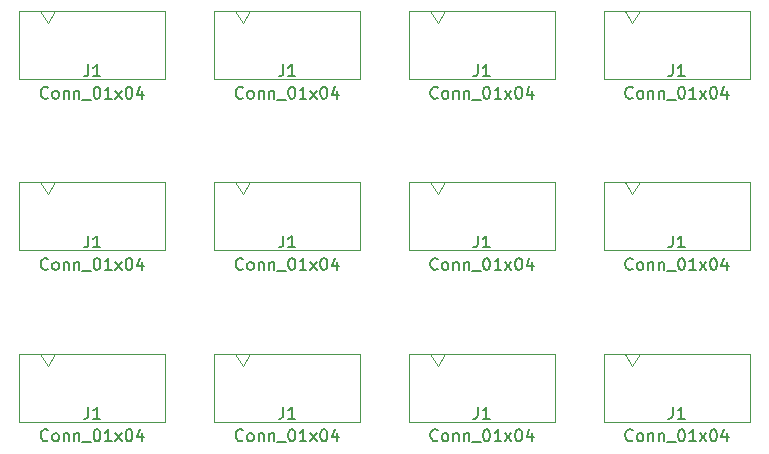
<source format=gbr>
%TF.GenerationSoftware,KiCad,Pcbnew,5.1.10-88a1d61d58~90~ubuntu20.04.1*%
%TF.CreationDate,2022-01-16T22:17:14+00:00*%
%TF.ProjectId,grove_adaptor_panel,67726f76-655f-4616-9461-70746f725f70,rev?*%
%TF.SameCoordinates,Original*%
%TF.FileFunction,Other,Fab,Top*%
%FSLAX46Y46*%
G04 Gerber Fmt 4.6, Leading zero omitted, Abs format (unit mm)*
G04 Created by KiCad (PCBNEW 5.1.10-88a1d61d58~90~ubuntu20.04.1) date 2022-01-16 22:17:14*
%MOMM*%
%LPD*%
G01*
G04 APERTURE LIST*
%ADD10C,0.100000*%
%ADD11C,0.150000*%
G04 APERTURE END LIST*
D10*
%TO.C,J1*%
X225500000Y-125150000D02*
X226125000Y-124150000D01*
X224875000Y-124150000D02*
X225500000Y-125150000D01*
X235450000Y-124150000D02*
X223050000Y-124150000D01*
X235450000Y-129900000D02*
X235450000Y-124150000D01*
X223050000Y-129900000D02*
X235450000Y-129900000D01*
X223050000Y-124150000D02*
X223050000Y-129900000D01*
X209000000Y-125150000D02*
X209625000Y-124150000D01*
X208375000Y-124150000D02*
X209000000Y-125150000D01*
X218950000Y-124150000D02*
X206550000Y-124150000D01*
X218950000Y-129900000D02*
X218950000Y-124150000D01*
X206550000Y-129900000D02*
X218950000Y-129900000D01*
X206550000Y-124150000D02*
X206550000Y-129900000D01*
X192500000Y-125150000D02*
X193125000Y-124150000D01*
X191875000Y-124150000D02*
X192500000Y-125150000D01*
X202450000Y-124150000D02*
X190050000Y-124150000D01*
X202450000Y-129900000D02*
X202450000Y-124150000D01*
X190050000Y-129900000D02*
X202450000Y-129900000D01*
X190050000Y-124150000D02*
X190050000Y-129900000D01*
X176000000Y-125150000D02*
X176625000Y-124150000D01*
X175375000Y-124150000D02*
X176000000Y-125150000D01*
X185950000Y-124150000D02*
X173550000Y-124150000D01*
X185950000Y-129900000D02*
X185950000Y-124150000D01*
X173550000Y-129900000D02*
X185950000Y-129900000D01*
X173550000Y-124150000D02*
X173550000Y-129900000D01*
X225500000Y-110650000D02*
X226125000Y-109650000D01*
X224875000Y-109650000D02*
X225500000Y-110650000D01*
X235450000Y-109650000D02*
X223050000Y-109650000D01*
X235450000Y-115400000D02*
X235450000Y-109650000D01*
X223050000Y-115400000D02*
X235450000Y-115400000D01*
X223050000Y-109650000D02*
X223050000Y-115400000D01*
X209000000Y-110650000D02*
X209625000Y-109650000D01*
X208375000Y-109650000D02*
X209000000Y-110650000D01*
X218950000Y-109650000D02*
X206550000Y-109650000D01*
X218950000Y-115400000D02*
X218950000Y-109650000D01*
X206550000Y-115400000D02*
X218950000Y-115400000D01*
X206550000Y-109650000D02*
X206550000Y-115400000D01*
X192500000Y-110650000D02*
X193125000Y-109650000D01*
X191875000Y-109650000D02*
X192500000Y-110650000D01*
X202450000Y-109650000D02*
X190050000Y-109650000D01*
X202450000Y-115400000D02*
X202450000Y-109650000D01*
X190050000Y-115400000D02*
X202450000Y-115400000D01*
X190050000Y-109650000D02*
X190050000Y-115400000D01*
X176000000Y-110650000D02*
X176625000Y-109650000D01*
X175375000Y-109650000D02*
X176000000Y-110650000D01*
X185950000Y-109650000D02*
X173550000Y-109650000D01*
X185950000Y-115400000D02*
X185950000Y-109650000D01*
X173550000Y-115400000D02*
X185950000Y-115400000D01*
X173550000Y-109650000D02*
X173550000Y-115400000D01*
X225500000Y-96150000D02*
X226125000Y-95150000D01*
X224875000Y-95150000D02*
X225500000Y-96150000D01*
X235450000Y-95150000D02*
X223050000Y-95150000D01*
X235450000Y-100900000D02*
X235450000Y-95150000D01*
X223050000Y-100900000D02*
X235450000Y-100900000D01*
X223050000Y-95150000D02*
X223050000Y-100900000D01*
X209000000Y-96150000D02*
X209625000Y-95150000D01*
X208375000Y-95150000D02*
X209000000Y-96150000D01*
X218950000Y-95150000D02*
X206550000Y-95150000D01*
X218950000Y-100900000D02*
X218950000Y-95150000D01*
X206550000Y-100900000D02*
X218950000Y-100900000D01*
X206550000Y-95150000D02*
X206550000Y-100900000D01*
X192500000Y-96150000D02*
X193125000Y-95150000D01*
X191875000Y-95150000D02*
X192500000Y-96150000D01*
X202450000Y-95150000D02*
X190050000Y-95150000D01*
X202450000Y-100900000D02*
X202450000Y-95150000D01*
X190050000Y-100900000D02*
X202450000Y-100900000D01*
X190050000Y-95150000D02*
X190050000Y-100900000D01*
X176000000Y-96150000D02*
X176625000Y-95150000D01*
X175375000Y-95150000D02*
X176000000Y-96150000D01*
X185950000Y-95150000D02*
X173550000Y-95150000D01*
X185950000Y-100900000D02*
X185950000Y-95150000D01*
X173550000Y-100900000D02*
X185950000Y-100900000D01*
X173550000Y-95150000D02*
X173550000Y-100900000D01*
%TD*%
%TO.C,J1*%
D11*
X225511904Y-131457142D02*
X225464285Y-131504761D01*
X225321428Y-131552380D01*
X225226190Y-131552380D01*
X225083333Y-131504761D01*
X224988095Y-131409523D01*
X224940476Y-131314285D01*
X224892857Y-131123809D01*
X224892857Y-130980952D01*
X224940476Y-130790476D01*
X224988095Y-130695238D01*
X225083333Y-130600000D01*
X225226190Y-130552380D01*
X225321428Y-130552380D01*
X225464285Y-130600000D01*
X225511904Y-130647619D01*
X226083333Y-131552380D02*
X225988095Y-131504761D01*
X225940476Y-131457142D01*
X225892857Y-131361904D01*
X225892857Y-131076190D01*
X225940476Y-130980952D01*
X225988095Y-130933333D01*
X226083333Y-130885714D01*
X226226190Y-130885714D01*
X226321428Y-130933333D01*
X226369047Y-130980952D01*
X226416666Y-131076190D01*
X226416666Y-131361904D01*
X226369047Y-131457142D01*
X226321428Y-131504761D01*
X226226190Y-131552380D01*
X226083333Y-131552380D01*
X226845238Y-130885714D02*
X226845238Y-131552380D01*
X226845238Y-130980952D02*
X226892857Y-130933333D01*
X226988095Y-130885714D01*
X227130952Y-130885714D01*
X227226190Y-130933333D01*
X227273809Y-131028571D01*
X227273809Y-131552380D01*
X227750000Y-130885714D02*
X227750000Y-131552380D01*
X227750000Y-130980952D02*
X227797619Y-130933333D01*
X227892857Y-130885714D01*
X228035714Y-130885714D01*
X228130952Y-130933333D01*
X228178571Y-131028571D01*
X228178571Y-131552380D01*
X228416666Y-131647619D02*
X229178571Y-131647619D01*
X229607142Y-130552380D02*
X229702380Y-130552380D01*
X229797619Y-130600000D01*
X229845238Y-130647619D01*
X229892857Y-130742857D01*
X229940476Y-130933333D01*
X229940476Y-131171428D01*
X229892857Y-131361904D01*
X229845238Y-131457142D01*
X229797619Y-131504761D01*
X229702380Y-131552380D01*
X229607142Y-131552380D01*
X229511904Y-131504761D01*
X229464285Y-131457142D01*
X229416666Y-131361904D01*
X229369047Y-131171428D01*
X229369047Y-130933333D01*
X229416666Y-130742857D01*
X229464285Y-130647619D01*
X229511904Y-130600000D01*
X229607142Y-130552380D01*
X230892857Y-131552380D02*
X230321428Y-131552380D01*
X230607142Y-131552380D02*
X230607142Y-130552380D01*
X230511904Y-130695238D01*
X230416666Y-130790476D01*
X230321428Y-130838095D01*
X231226190Y-131552380D02*
X231750000Y-130885714D01*
X231226190Y-130885714D02*
X231750000Y-131552380D01*
X232321428Y-130552380D02*
X232416666Y-130552380D01*
X232511904Y-130600000D01*
X232559523Y-130647619D01*
X232607142Y-130742857D01*
X232654761Y-130933333D01*
X232654761Y-131171428D01*
X232607142Y-131361904D01*
X232559523Y-131457142D01*
X232511904Y-131504761D01*
X232416666Y-131552380D01*
X232321428Y-131552380D01*
X232226190Y-131504761D01*
X232178571Y-131457142D01*
X232130952Y-131361904D01*
X232083333Y-131171428D01*
X232083333Y-130933333D01*
X232130952Y-130742857D01*
X232178571Y-130647619D01*
X232226190Y-130600000D01*
X232321428Y-130552380D01*
X233511904Y-130885714D02*
X233511904Y-131552380D01*
X233273809Y-130504761D02*
X233035714Y-131219047D01*
X233654761Y-131219047D01*
X228916666Y-128652380D02*
X228916666Y-129366666D01*
X228869047Y-129509523D01*
X228773809Y-129604761D01*
X228630952Y-129652380D01*
X228535714Y-129652380D01*
X229916666Y-129652380D02*
X229345238Y-129652380D01*
X229630952Y-129652380D02*
X229630952Y-128652380D01*
X229535714Y-128795238D01*
X229440476Y-128890476D01*
X229345238Y-128938095D01*
X209011904Y-131457142D02*
X208964285Y-131504761D01*
X208821428Y-131552380D01*
X208726190Y-131552380D01*
X208583333Y-131504761D01*
X208488095Y-131409523D01*
X208440476Y-131314285D01*
X208392857Y-131123809D01*
X208392857Y-130980952D01*
X208440476Y-130790476D01*
X208488095Y-130695238D01*
X208583333Y-130600000D01*
X208726190Y-130552380D01*
X208821428Y-130552380D01*
X208964285Y-130600000D01*
X209011904Y-130647619D01*
X209583333Y-131552380D02*
X209488095Y-131504761D01*
X209440476Y-131457142D01*
X209392857Y-131361904D01*
X209392857Y-131076190D01*
X209440476Y-130980952D01*
X209488095Y-130933333D01*
X209583333Y-130885714D01*
X209726190Y-130885714D01*
X209821428Y-130933333D01*
X209869047Y-130980952D01*
X209916666Y-131076190D01*
X209916666Y-131361904D01*
X209869047Y-131457142D01*
X209821428Y-131504761D01*
X209726190Y-131552380D01*
X209583333Y-131552380D01*
X210345238Y-130885714D02*
X210345238Y-131552380D01*
X210345238Y-130980952D02*
X210392857Y-130933333D01*
X210488095Y-130885714D01*
X210630952Y-130885714D01*
X210726190Y-130933333D01*
X210773809Y-131028571D01*
X210773809Y-131552380D01*
X211250000Y-130885714D02*
X211250000Y-131552380D01*
X211250000Y-130980952D02*
X211297619Y-130933333D01*
X211392857Y-130885714D01*
X211535714Y-130885714D01*
X211630952Y-130933333D01*
X211678571Y-131028571D01*
X211678571Y-131552380D01*
X211916666Y-131647619D02*
X212678571Y-131647619D01*
X213107142Y-130552380D02*
X213202380Y-130552380D01*
X213297619Y-130600000D01*
X213345238Y-130647619D01*
X213392857Y-130742857D01*
X213440476Y-130933333D01*
X213440476Y-131171428D01*
X213392857Y-131361904D01*
X213345238Y-131457142D01*
X213297619Y-131504761D01*
X213202380Y-131552380D01*
X213107142Y-131552380D01*
X213011904Y-131504761D01*
X212964285Y-131457142D01*
X212916666Y-131361904D01*
X212869047Y-131171428D01*
X212869047Y-130933333D01*
X212916666Y-130742857D01*
X212964285Y-130647619D01*
X213011904Y-130600000D01*
X213107142Y-130552380D01*
X214392857Y-131552380D02*
X213821428Y-131552380D01*
X214107142Y-131552380D02*
X214107142Y-130552380D01*
X214011904Y-130695238D01*
X213916666Y-130790476D01*
X213821428Y-130838095D01*
X214726190Y-131552380D02*
X215250000Y-130885714D01*
X214726190Y-130885714D02*
X215250000Y-131552380D01*
X215821428Y-130552380D02*
X215916666Y-130552380D01*
X216011904Y-130600000D01*
X216059523Y-130647619D01*
X216107142Y-130742857D01*
X216154761Y-130933333D01*
X216154761Y-131171428D01*
X216107142Y-131361904D01*
X216059523Y-131457142D01*
X216011904Y-131504761D01*
X215916666Y-131552380D01*
X215821428Y-131552380D01*
X215726190Y-131504761D01*
X215678571Y-131457142D01*
X215630952Y-131361904D01*
X215583333Y-131171428D01*
X215583333Y-130933333D01*
X215630952Y-130742857D01*
X215678571Y-130647619D01*
X215726190Y-130600000D01*
X215821428Y-130552380D01*
X217011904Y-130885714D02*
X217011904Y-131552380D01*
X216773809Y-130504761D02*
X216535714Y-131219047D01*
X217154761Y-131219047D01*
X212416666Y-128652380D02*
X212416666Y-129366666D01*
X212369047Y-129509523D01*
X212273809Y-129604761D01*
X212130952Y-129652380D01*
X212035714Y-129652380D01*
X213416666Y-129652380D02*
X212845238Y-129652380D01*
X213130952Y-129652380D02*
X213130952Y-128652380D01*
X213035714Y-128795238D01*
X212940476Y-128890476D01*
X212845238Y-128938095D01*
X192511904Y-131457142D02*
X192464285Y-131504761D01*
X192321428Y-131552380D01*
X192226190Y-131552380D01*
X192083333Y-131504761D01*
X191988095Y-131409523D01*
X191940476Y-131314285D01*
X191892857Y-131123809D01*
X191892857Y-130980952D01*
X191940476Y-130790476D01*
X191988095Y-130695238D01*
X192083333Y-130600000D01*
X192226190Y-130552380D01*
X192321428Y-130552380D01*
X192464285Y-130600000D01*
X192511904Y-130647619D01*
X193083333Y-131552380D02*
X192988095Y-131504761D01*
X192940476Y-131457142D01*
X192892857Y-131361904D01*
X192892857Y-131076190D01*
X192940476Y-130980952D01*
X192988095Y-130933333D01*
X193083333Y-130885714D01*
X193226190Y-130885714D01*
X193321428Y-130933333D01*
X193369047Y-130980952D01*
X193416666Y-131076190D01*
X193416666Y-131361904D01*
X193369047Y-131457142D01*
X193321428Y-131504761D01*
X193226190Y-131552380D01*
X193083333Y-131552380D01*
X193845238Y-130885714D02*
X193845238Y-131552380D01*
X193845238Y-130980952D02*
X193892857Y-130933333D01*
X193988095Y-130885714D01*
X194130952Y-130885714D01*
X194226190Y-130933333D01*
X194273809Y-131028571D01*
X194273809Y-131552380D01*
X194750000Y-130885714D02*
X194750000Y-131552380D01*
X194750000Y-130980952D02*
X194797619Y-130933333D01*
X194892857Y-130885714D01*
X195035714Y-130885714D01*
X195130952Y-130933333D01*
X195178571Y-131028571D01*
X195178571Y-131552380D01*
X195416666Y-131647619D02*
X196178571Y-131647619D01*
X196607142Y-130552380D02*
X196702380Y-130552380D01*
X196797619Y-130600000D01*
X196845238Y-130647619D01*
X196892857Y-130742857D01*
X196940476Y-130933333D01*
X196940476Y-131171428D01*
X196892857Y-131361904D01*
X196845238Y-131457142D01*
X196797619Y-131504761D01*
X196702380Y-131552380D01*
X196607142Y-131552380D01*
X196511904Y-131504761D01*
X196464285Y-131457142D01*
X196416666Y-131361904D01*
X196369047Y-131171428D01*
X196369047Y-130933333D01*
X196416666Y-130742857D01*
X196464285Y-130647619D01*
X196511904Y-130600000D01*
X196607142Y-130552380D01*
X197892857Y-131552380D02*
X197321428Y-131552380D01*
X197607142Y-131552380D02*
X197607142Y-130552380D01*
X197511904Y-130695238D01*
X197416666Y-130790476D01*
X197321428Y-130838095D01*
X198226190Y-131552380D02*
X198750000Y-130885714D01*
X198226190Y-130885714D02*
X198750000Y-131552380D01*
X199321428Y-130552380D02*
X199416666Y-130552380D01*
X199511904Y-130600000D01*
X199559523Y-130647619D01*
X199607142Y-130742857D01*
X199654761Y-130933333D01*
X199654761Y-131171428D01*
X199607142Y-131361904D01*
X199559523Y-131457142D01*
X199511904Y-131504761D01*
X199416666Y-131552380D01*
X199321428Y-131552380D01*
X199226190Y-131504761D01*
X199178571Y-131457142D01*
X199130952Y-131361904D01*
X199083333Y-131171428D01*
X199083333Y-130933333D01*
X199130952Y-130742857D01*
X199178571Y-130647619D01*
X199226190Y-130600000D01*
X199321428Y-130552380D01*
X200511904Y-130885714D02*
X200511904Y-131552380D01*
X200273809Y-130504761D02*
X200035714Y-131219047D01*
X200654761Y-131219047D01*
X195916666Y-128652380D02*
X195916666Y-129366666D01*
X195869047Y-129509523D01*
X195773809Y-129604761D01*
X195630952Y-129652380D01*
X195535714Y-129652380D01*
X196916666Y-129652380D02*
X196345238Y-129652380D01*
X196630952Y-129652380D02*
X196630952Y-128652380D01*
X196535714Y-128795238D01*
X196440476Y-128890476D01*
X196345238Y-128938095D01*
X176011904Y-131457142D02*
X175964285Y-131504761D01*
X175821428Y-131552380D01*
X175726190Y-131552380D01*
X175583333Y-131504761D01*
X175488095Y-131409523D01*
X175440476Y-131314285D01*
X175392857Y-131123809D01*
X175392857Y-130980952D01*
X175440476Y-130790476D01*
X175488095Y-130695238D01*
X175583333Y-130600000D01*
X175726190Y-130552380D01*
X175821428Y-130552380D01*
X175964285Y-130600000D01*
X176011904Y-130647619D01*
X176583333Y-131552380D02*
X176488095Y-131504761D01*
X176440476Y-131457142D01*
X176392857Y-131361904D01*
X176392857Y-131076190D01*
X176440476Y-130980952D01*
X176488095Y-130933333D01*
X176583333Y-130885714D01*
X176726190Y-130885714D01*
X176821428Y-130933333D01*
X176869047Y-130980952D01*
X176916666Y-131076190D01*
X176916666Y-131361904D01*
X176869047Y-131457142D01*
X176821428Y-131504761D01*
X176726190Y-131552380D01*
X176583333Y-131552380D01*
X177345238Y-130885714D02*
X177345238Y-131552380D01*
X177345238Y-130980952D02*
X177392857Y-130933333D01*
X177488095Y-130885714D01*
X177630952Y-130885714D01*
X177726190Y-130933333D01*
X177773809Y-131028571D01*
X177773809Y-131552380D01*
X178250000Y-130885714D02*
X178250000Y-131552380D01*
X178250000Y-130980952D02*
X178297619Y-130933333D01*
X178392857Y-130885714D01*
X178535714Y-130885714D01*
X178630952Y-130933333D01*
X178678571Y-131028571D01*
X178678571Y-131552380D01*
X178916666Y-131647619D02*
X179678571Y-131647619D01*
X180107142Y-130552380D02*
X180202380Y-130552380D01*
X180297619Y-130600000D01*
X180345238Y-130647619D01*
X180392857Y-130742857D01*
X180440476Y-130933333D01*
X180440476Y-131171428D01*
X180392857Y-131361904D01*
X180345238Y-131457142D01*
X180297619Y-131504761D01*
X180202380Y-131552380D01*
X180107142Y-131552380D01*
X180011904Y-131504761D01*
X179964285Y-131457142D01*
X179916666Y-131361904D01*
X179869047Y-131171428D01*
X179869047Y-130933333D01*
X179916666Y-130742857D01*
X179964285Y-130647619D01*
X180011904Y-130600000D01*
X180107142Y-130552380D01*
X181392857Y-131552380D02*
X180821428Y-131552380D01*
X181107142Y-131552380D02*
X181107142Y-130552380D01*
X181011904Y-130695238D01*
X180916666Y-130790476D01*
X180821428Y-130838095D01*
X181726190Y-131552380D02*
X182250000Y-130885714D01*
X181726190Y-130885714D02*
X182250000Y-131552380D01*
X182821428Y-130552380D02*
X182916666Y-130552380D01*
X183011904Y-130600000D01*
X183059523Y-130647619D01*
X183107142Y-130742857D01*
X183154761Y-130933333D01*
X183154761Y-131171428D01*
X183107142Y-131361904D01*
X183059523Y-131457142D01*
X183011904Y-131504761D01*
X182916666Y-131552380D01*
X182821428Y-131552380D01*
X182726190Y-131504761D01*
X182678571Y-131457142D01*
X182630952Y-131361904D01*
X182583333Y-131171428D01*
X182583333Y-130933333D01*
X182630952Y-130742857D01*
X182678571Y-130647619D01*
X182726190Y-130600000D01*
X182821428Y-130552380D01*
X184011904Y-130885714D02*
X184011904Y-131552380D01*
X183773809Y-130504761D02*
X183535714Y-131219047D01*
X184154761Y-131219047D01*
X179416666Y-128652380D02*
X179416666Y-129366666D01*
X179369047Y-129509523D01*
X179273809Y-129604761D01*
X179130952Y-129652380D01*
X179035714Y-129652380D01*
X180416666Y-129652380D02*
X179845238Y-129652380D01*
X180130952Y-129652380D02*
X180130952Y-128652380D01*
X180035714Y-128795238D01*
X179940476Y-128890476D01*
X179845238Y-128938095D01*
X225511904Y-116957142D02*
X225464285Y-117004761D01*
X225321428Y-117052380D01*
X225226190Y-117052380D01*
X225083333Y-117004761D01*
X224988095Y-116909523D01*
X224940476Y-116814285D01*
X224892857Y-116623809D01*
X224892857Y-116480952D01*
X224940476Y-116290476D01*
X224988095Y-116195238D01*
X225083333Y-116100000D01*
X225226190Y-116052380D01*
X225321428Y-116052380D01*
X225464285Y-116100000D01*
X225511904Y-116147619D01*
X226083333Y-117052380D02*
X225988095Y-117004761D01*
X225940476Y-116957142D01*
X225892857Y-116861904D01*
X225892857Y-116576190D01*
X225940476Y-116480952D01*
X225988095Y-116433333D01*
X226083333Y-116385714D01*
X226226190Y-116385714D01*
X226321428Y-116433333D01*
X226369047Y-116480952D01*
X226416666Y-116576190D01*
X226416666Y-116861904D01*
X226369047Y-116957142D01*
X226321428Y-117004761D01*
X226226190Y-117052380D01*
X226083333Y-117052380D01*
X226845238Y-116385714D02*
X226845238Y-117052380D01*
X226845238Y-116480952D02*
X226892857Y-116433333D01*
X226988095Y-116385714D01*
X227130952Y-116385714D01*
X227226190Y-116433333D01*
X227273809Y-116528571D01*
X227273809Y-117052380D01*
X227750000Y-116385714D02*
X227750000Y-117052380D01*
X227750000Y-116480952D02*
X227797619Y-116433333D01*
X227892857Y-116385714D01*
X228035714Y-116385714D01*
X228130952Y-116433333D01*
X228178571Y-116528571D01*
X228178571Y-117052380D01*
X228416666Y-117147619D02*
X229178571Y-117147619D01*
X229607142Y-116052380D02*
X229702380Y-116052380D01*
X229797619Y-116100000D01*
X229845238Y-116147619D01*
X229892857Y-116242857D01*
X229940476Y-116433333D01*
X229940476Y-116671428D01*
X229892857Y-116861904D01*
X229845238Y-116957142D01*
X229797619Y-117004761D01*
X229702380Y-117052380D01*
X229607142Y-117052380D01*
X229511904Y-117004761D01*
X229464285Y-116957142D01*
X229416666Y-116861904D01*
X229369047Y-116671428D01*
X229369047Y-116433333D01*
X229416666Y-116242857D01*
X229464285Y-116147619D01*
X229511904Y-116100000D01*
X229607142Y-116052380D01*
X230892857Y-117052380D02*
X230321428Y-117052380D01*
X230607142Y-117052380D02*
X230607142Y-116052380D01*
X230511904Y-116195238D01*
X230416666Y-116290476D01*
X230321428Y-116338095D01*
X231226190Y-117052380D02*
X231750000Y-116385714D01*
X231226190Y-116385714D02*
X231750000Y-117052380D01*
X232321428Y-116052380D02*
X232416666Y-116052380D01*
X232511904Y-116100000D01*
X232559523Y-116147619D01*
X232607142Y-116242857D01*
X232654761Y-116433333D01*
X232654761Y-116671428D01*
X232607142Y-116861904D01*
X232559523Y-116957142D01*
X232511904Y-117004761D01*
X232416666Y-117052380D01*
X232321428Y-117052380D01*
X232226190Y-117004761D01*
X232178571Y-116957142D01*
X232130952Y-116861904D01*
X232083333Y-116671428D01*
X232083333Y-116433333D01*
X232130952Y-116242857D01*
X232178571Y-116147619D01*
X232226190Y-116100000D01*
X232321428Y-116052380D01*
X233511904Y-116385714D02*
X233511904Y-117052380D01*
X233273809Y-116004761D02*
X233035714Y-116719047D01*
X233654761Y-116719047D01*
X228916666Y-114152380D02*
X228916666Y-114866666D01*
X228869047Y-115009523D01*
X228773809Y-115104761D01*
X228630952Y-115152380D01*
X228535714Y-115152380D01*
X229916666Y-115152380D02*
X229345238Y-115152380D01*
X229630952Y-115152380D02*
X229630952Y-114152380D01*
X229535714Y-114295238D01*
X229440476Y-114390476D01*
X229345238Y-114438095D01*
X209011904Y-116957142D02*
X208964285Y-117004761D01*
X208821428Y-117052380D01*
X208726190Y-117052380D01*
X208583333Y-117004761D01*
X208488095Y-116909523D01*
X208440476Y-116814285D01*
X208392857Y-116623809D01*
X208392857Y-116480952D01*
X208440476Y-116290476D01*
X208488095Y-116195238D01*
X208583333Y-116100000D01*
X208726190Y-116052380D01*
X208821428Y-116052380D01*
X208964285Y-116100000D01*
X209011904Y-116147619D01*
X209583333Y-117052380D02*
X209488095Y-117004761D01*
X209440476Y-116957142D01*
X209392857Y-116861904D01*
X209392857Y-116576190D01*
X209440476Y-116480952D01*
X209488095Y-116433333D01*
X209583333Y-116385714D01*
X209726190Y-116385714D01*
X209821428Y-116433333D01*
X209869047Y-116480952D01*
X209916666Y-116576190D01*
X209916666Y-116861904D01*
X209869047Y-116957142D01*
X209821428Y-117004761D01*
X209726190Y-117052380D01*
X209583333Y-117052380D01*
X210345238Y-116385714D02*
X210345238Y-117052380D01*
X210345238Y-116480952D02*
X210392857Y-116433333D01*
X210488095Y-116385714D01*
X210630952Y-116385714D01*
X210726190Y-116433333D01*
X210773809Y-116528571D01*
X210773809Y-117052380D01*
X211250000Y-116385714D02*
X211250000Y-117052380D01*
X211250000Y-116480952D02*
X211297619Y-116433333D01*
X211392857Y-116385714D01*
X211535714Y-116385714D01*
X211630952Y-116433333D01*
X211678571Y-116528571D01*
X211678571Y-117052380D01*
X211916666Y-117147619D02*
X212678571Y-117147619D01*
X213107142Y-116052380D02*
X213202380Y-116052380D01*
X213297619Y-116100000D01*
X213345238Y-116147619D01*
X213392857Y-116242857D01*
X213440476Y-116433333D01*
X213440476Y-116671428D01*
X213392857Y-116861904D01*
X213345238Y-116957142D01*
X213297619Y-117004761D01*
X213202380Y-117052380D01*
X213107142Y-117052380D01*
X213011904Y-117004761D01*
X212964285Y-116957142D01*
X212916666Y-116861904D01*
X212869047Y-116671428D01*
X212869047Y-116433333D01*
X212916666Y-116242857D01*
X212964285Y-116147619D01*
X213011904Y-116100000D01*
X213107142Y-116052380D01*
X214392857Y-117052380D02*
X213821428Y-117052380D01*
X214107142Y-117052380D02*
X214107142Y-116052380D01*
X214011904Y-116195238D01*
X213916666Y-116290476D01*
X213821428Y-116338095D01*
X214726190Y-117052380D02*
X215250000Y-116385714D01*
X214726190Y-116385714D02*
X215250000Y-117052380D01*
X215821428Y-116052380D02*
X215916666Y-116052380D01*
X216011904Y-116100000D01*
X216059523Y-116147619D01*
X216107142Y-116242857D01*
X216154761Y-116433333D01*
X216154761Y-116671428D01*
X216107142Y-116861904D01*
X216059523Y-116957142D01*
X216011904Y-117004761D01*
X215916666Y-117052380D01*
X215821428Y-117052380D01*
X215726190Y-117004761D01*
X215678571Y-116957142D01*
X215630952Y-116861904D01*
X215583333Y-116671428D01*
X215583333Y-116433333D01*
X215630952Y-116242857D01*
X215678571Y-116147619D01*
X215726190Y-116100000D01*
X215821428Y-116052380D01*
X217011904Y-116385714D02*
X217011904Y-117052380D01*
X216773809Y-116004761D02*
X216535714Y-116719047D01*
X217154761Y-116719047D01*
X212416666Y-114152380D02*
X212416666Y-114866666D01*
X212369047Y-115009523D01*
X212273809Y-115104761D01*
X212130952Y-115152380D01*
X212035714Y-115152380D01*
X213416666Y-115152380D02*
X212845238Y-115152380D01*
X213130952Y-115152380D02*
X213130952Y-114152380D01*
X213035714Y-114295238D01*
X212940476Y-114390476D01*
X212845238Y-114438095D01*
X192511904Y-116957142D02*
X192464285Y-117004761D01*
X192321428Y-117052380D01*
X192226190Y-117052380D01*
X192083333Y-117004761D01*
X191988095Y-116909523D01*
X191940476Y-116814285D01*
X191892857Y-116623809D01*
X191892857Y-116480952D01*
X191940476Y-116290476D01*
X191988095Y-116195238D01*
X192083333Y-116100000D01*
X192226190Y-116052380D01*
X192321428Y-116052380D01*
X192464285Y-116100000D01*
X192511904Y-116147619D01*
X193083333Y-117052380D02*
X192988095Y-117004761D01*
X192940476Y-116957142D01*
X192892857Y-116861904D01*
X192892857Y-116576190D01*
X192940476Y-116480952D01*
X192988095Y-116433333D01*
X193083333Y-116385714D01*
X193226190Y-116385714D01*
X193321428Y-116433333D01*
X193369047Y-116480952D01*
X193416666Y-116576190D01*
X193416666Y-116861904D01*
X193369047Y-116957142D01*
X193321428Y-117004761D01*
X193226190Y-117052380D01*
X193083333Y-117052380D01*
X193845238Y-116385714D02*
X193845238Y-117052380D01*
X193845238Y-116480952D02*
X193892857Y-116433333D01*
X193988095Y-116385714D01*
X194130952Y-116385714D01*
X194226190Y-116433333D01*
X194273809Y-116528571D01*
X194273809Y-117052380D01*
X194750000Y-116385714D02*
X194750000Y-117052380D01*
X194750000Y-116480952D02*
X194797619Y-116433333D01*
X194892857Y-116385714D01*
X195035714Y-116385714D01*
X195130952Y-116433333D01*
X195178571Y-116528571D01*
X195178571Y-117052380D01*
X195416666Y-117147619D02*
X196178571Y-117147619D01*
X196607142Y-116052380D02*
X196702380Y-116052380D01*
X196797619Y-116100000D01*
X196845238Y-116147619D01*
X196892857Y-116242857D01*
X196940476Y-116433333D01*
X196940476Y-116671428D01*
X196892857Y-116861904D01*
X196845238Y-116957142D01*
X196797619Y-117004761D01*
X196702380Y-117052380D01*
X196607142Y-117052380D01*
X196511904Y-117004761D01*
X196464285Y-116957142D01*
X196416666Y-116861904D01*
X196369047Y-116671428D01*
X196369047Y-116433333D01*
X196416666Y-116242857D01*
X196464285Y-116147619D01*
X196511904Y-116100000D01*
X196607142Y-116052380D01*
X197892857Y-117052380D02*
X197321428Y-117052380D01*
X197607142Y-117052380D02*
X197607142Y-116052380D01*
X197511904Y-116195238D01*
X197416666Y-116290476D01*
X197321428Y-116338095D01*
X198226190Y-117052380D02*
X198750000Y-116385714D01*
X198226190Y-116385714D02*
X198750000Y-117052380D01*
X199321428Y-116052380D02*
X199416666Y-116052380D01*
X199511904Y-116100000D01*
X199559523Y-116147619D01*
X199607142Y-116242857D01*
X199654761Y-116433333D01*
X199654761Y-116671428D01*
X199607142Y-116861904D01*
X199559523Y-116957142D01*
X199511904Y-117004761D01*
X199416666Y-117052380D01*
X199321428Y-117052380D01*
X199226190Y-117004761D01*
X199178571Y-116957142D01*
X199130952Y-116861904D01*
X199083333Y-116671428D01*
X199083333Y-116433333D01*
X199130952Y-116242857D01*
X199178571Y-116147619D01*
X199226190Y-116100000D01*
X199321428Y-116052380D01*
X200511904Y-116385714D02*
X200511904Y-117052380D01*
X200273809Y-116004761D02*
X200035714Y-116719047D01*
X200654761Y-116719047D01*
X195916666Y-114152380D02*
X195916666Y-114866666D01*
X195869047Y-115009523D01*
X195773809Y-115104761D01*
X195630952Y-115152380D01*
X195535714Y-115152380D01*
X196916666Y-115152380D02*
X196345238Y-115152380D01*
X196630952Y-115152380D02*
X196630952Y-114152380D01*
X196535714Y-114295238D01*
X196440476Y-114390476D01*
X196345238Y-114438095D01*
X176011904Y-116957142D02*
X175964285Y-117004761D01*
X175821428Y-117052380D01*
X175726190Y-117052380D01*
X175583333Y-117004761D01*
X175488095Y-116909523D01*
X175440476Y-116814285D01*
X175392857Y-116623809D01*
X175392857Y-116480952D01*
X175440476Y-116290476D01*
X175488095Y-116195238D01*
X175583333Y-116100000D01*
X175726190Y-116052380D01*
X175821428Y-116052380D01*
X175964285Y-116100000D01*
X176011904Y-116147619D01*
X176583333Y-117052380D02*
X176488095Y-117004761D01*
X176440476Y-116957142D01*
X176392857Y-116861904D01*
X176392857Y-116576190D01*
X176440476Y-116480952D01*
X176488095Y-116433333D01*
X176583333Y-116385714D01*
X176726190Y-116385714D01*
X176821428Y-116433333D01*
X176869047Y-116480952D01*
X176916666Y-116576190D01*
X176916666Y-116861904D01*
X176869047Y-116957142D01*
X176821428Y-117004761D01*
X176726190Y-117052380D01*
X176583333Y-117052380D01*
X177345238Y-116385714D02*
X177345238Y-117052380D01*
X177345238Y-116480952D02*
X177392857Y-116433333D01*
X177488095Y-116385714D01*
X177630952Y-116385714D01*
X177726190Y-116433333D01*
X177773809Y-116528571D01*
X177773809Y-117052380D01*
X178250000Y-116385714D02*
X178250000Y-117052380D01*
X178250000Y-116480952D02*
X178297619Y-116433333D01*
X178392857Y-116385714D01*
X178535714Y-116385714D01*
X178630952Y-116433333D01*
X178678571Y-116528571D01*
X178678571Y-117052380D01*
X178916666Y-117147619D02*
X179678571Y-117147619D01*
X180107142Y-116052380D02*
X180202380Y-116052380D01*
X180297619Y-116100000D01*
X180345238Y-116147619D01*
X180392857Y-116242857D01*
X180440476Y-116433333D01*
X180440476Y-116671428D01*
X180392857Y-116861904D01*
X180345238Y-116957142D01*
X180297619Y-117004761D01*
X180202380Y-117052380D01*
X180107142Y-117052380D01*
X180011904Y-117004761D01*
X179964285Y-116957142D01*
X179916666Y-116861904D01*
X179869047Y-116671428D01*
X179869047Y-116433333D01*
X179916666Y-116242857D01*
X179964285Y-116147619D01*
X180011904Y-116100000D01*
X180107142Y-116052380D01*
X181392857Y-117052380D02*
X180821428Y-117052380D01*
X181107142Y-117052380D02*
X181107142Y-116052380D01*
X181011904Y-116195238D01*
X180916666Y-116290476D01*
X180821428Y-116338095D01*
X181726190Y-117052380D02*
X182250000Y-116385714D01*
X181726190Y-116385714D02*
X182250000Y-117052380D01*
X182821428Y-116052380D02*
X182916666Y-116052380D01*
X183011904Y-116100000D01*
X183059523Y-116147619D01*
X183107142Y-116242857D01*
X183154761Y-116433333D01*
X183154761Y-116671428D01*
X183107142Y-116861904D01*
X183059523Y-116957142D01*
X183011904Y-117004761D01*
X182916666Y-117052380D01*
X182821428Y-117052380D01*
X182726190Y-117004761D01*
X182678571Y-116957142D01*
X182630952Y-116861904D01*
X182583333Y-116671428D01*
X182583333Y-116433333D01*
X182630952Y-116242857D01*
X182678571Y-116147619D01*
X182726190Y-116100000D01*
X182821428Y-116052380D01*
X184011904Y-116385714D02*
X184011904Y-117052380D01*
X183773809Y-116004761D02*
X183535714Y-116719047D01*
X184154761Y-116719047D01*
X179416666Y-114152380D02*
X179416666Y-114866666D01*
X179369047Y-115009523D01*
X179273809Y-115104761D01*
X179130952Y-115152380D01*
X179035714Y-115152380D01*
X180416666Y-115152380D02*
X179845238Y-115152380D01*
X180130952Y-115152380D02*
X180130952Y-114152380D01*
X180035714Y-114295238D01*
X179940476Y-114390476D01*
X179845238Y-114438095D01*
X225511904Y-102457142D02*
X225464285Y-102504761D01*
X225321428Y-102552380D01*
X225226190Y-102552380D01*
X225083333Y-102504761D01*
X224988095Y-102409523D01*
X224940476Y-102314285D01*
X224892857Y-102123809D01*
X224892857Y-101980952D01*
X224940476Y-101790476D01*
X224988095Y-101695238D01*
X225083333Y-101600000D01*
X225226190Y-101552380D01*
X225321428Y-101552380D01*
X225464285Y-101600000D01*
X225511904Y-101647619D01*
X226083333Y-102552380D02*
X225988095Y-102504761D01*
X225940476Y-102457142D01*
X225892857Y-102361904D01*
X225892857Y-102076190D01*
X225940476Y-101980952D01*
X225988095Y-101933333D01*
X226083333Y-101885714D01*
X226226190Y-101885714D01*
X226321428Y-101933333D01*
X226369047Y-101980952D01*
X226416666Y-102076190D01*
X226416666Y-102361904D01*
X226369047Y-102457142D01*
X226321428Y-102504761D01*
X226226190Y-102552380D01*
X226083333Y-102552380D01*
X226845238Y-101885714D02*
X226845238Y-102552380D01*
X226845238Y-101980952D02*
X226892857Y-101933333D01*
X226988095Y-101885714D01*
X227130952Y-101885714D01*
X227226190Y-101933333D01*
X227273809Y-102028571D01*
X227273809Y-102552380D01*
X227750000Y-101885714D02*
X227750000Y-102552380D01*
X227750000Y-101980952D02*
X227797619Y-101933333D01*
X227892857Y-101885714D01*
X228035714Y-101885714D01*
X228130952Y-101933333D01*
X228178571Y-102028571D01*
X228178571Y-102552380D01*
X228416666Y-102647619D02*
X229178571Y-102647619D01*
X229607142Y-101552380D02*
X229702380Y-101552380D01*
X229797619Y-101600000D01*
X229845238Y-101647619D01*
X229892857Y-101742857D01*
X229940476Y-101933333D01*
X229940476Y-102171428D01*
X229892857Y-102361904D01*
X229845238Y-102457142D01*
X229797619Y-102504761D01*
X229702380Y-102552380D01*
X229607142Y-102552380D01*
X229511904Y-102504761D01*
X229464285Y-102457142D01*
X229416666Y-102361904D01*
X229369047Y-102171428D01*
X229369047Y-101933333D01*
X229416666Y-101742857D01*
X229464285Y-101647619D01*
X229511904Y-101600000D01*
X229607142Y-101552380D01*
X230892857Y-102552380D02*
X230321428Y-102552380D01*
X230607142Y-102552380D02*
X230607142Y-101552380D01*
X230511904Y-101695238D01*
X230416666Y-101790476D01*
X230321428Y-101838095D01*
X231226190Y-102552380D02*
X231750000Y-101885714D01*
X231226190Y-101885714D02*
X231750000Y-102552380D01*
X232321428Y-101552380D02*
X232416666Y-101552380D01*
X232511904Y-101600000D01*
X232559523Y-101647619D01*
X232607142Y-101742857D01*
X232654761Y-101933333D01*
X232654761Y-102171428D01*
X232607142Y-102361904D01*
X232559523Y-102457142D01*
X232511904Y-102504761D01*
X232416666Y-102552380D01*
X232321428Y-102552380D01*
X232226190Y-102504761D01*
X232178571Y-102457142D01*
X232130952Y-102361904D01*
X232083333Y-102171428D01*
X232083333Y-101933333D01*
X232130952Y-101742857D01*
X232178571Y-101647619D01*
X232226190Y-101600000D01*
X232321428Y-101552380D01*
X233511904Y-101885714D02*
X233511904Y-102552380D01*
X233273809Y-101504761D02*
X233035714Y-102219047D01*
X233654761Y-102219047D01*
X228916666Y-99652380D02*
X228916666Y-100366666D01*
X228869047Y-100509523D01*
X228773809Y-100604761D01*
X228630952Y-100652380D01*
X228535714Y-100652380D01*
X229916666Y-100652380D02*
X229345238Y-100652380D01*
X229630952Y-100652380D02*
X229630952Y-99652380D01*
X229535714Y-99795238D01*
X229440476Y-99890476D01*
X229345238Y-99938095D01*
X209011904Y-102457142D02*
X208964285Y-102504761D01*
X208821428Y-102552380D01*
X208726190Y-102552380D01*
X208583333Y-102504761D01*
X208488095Y-102409523D01*
X208440476Y-102314285D01*
X208392857Y-102123809D01*
X208392857Y-101980952D01*
X208440476Y-101790476D01*
X208488095Y-101695238D01*
X208583333Y-101600000D01*
X208726190Y-101552380D01*
X208821428Y-101552380D01*
X208964285Y-101600000D01*
X209011904Y-101647619D01*
X209583333Y-102552380D02*
X209488095Y-102504761D01*
X209440476Y-102457142D01*
X209392857Y-102361904D01*
X209392857Y-102076190D01*
X209440476Y-101980952D01*
X209488095Y-101933333D01*
X209583333Y-101885714D01*
X209726190Y-101885714D01*
X209821428Y-101933333D01*
X209869047Y-101980952D01*
X209916666Y-102076190D01*
X209916666Y-102361904D01*
X209869047Y-102457142D01*
X209821428Y-102504761D01*
X209726190Y-102552380D01*
X209583333Y-102552380D01*
X210345238Y-101885714D02*
X210345238Y-102552380D01*
X210345238Y-101980952D02*
X210392857Y-101933333D01*
X210488095Y-101885714D01*
X210630952Y-101885714D01*
X210726190Y-101933333D01*
X210773809Y-102028571D01*
X210773809Y-102552380D01*
X211250000Y-101885714D02*
X211250000Y-102552380D01*
X211250000Y-101980952D02*
X211297619Y-101933333D01*
X211392857Y-101885714D01*
X211535714Y-101885714D01*
X211630952Y-101933333D01*
X211678571Y-102028571D01*
X211678571Y-102552380D01*
X211916666Y-102647619D02*
X212678571Y-102647619D01*
X213107142Y-101552380D02*
X213202380Y-101552380D01*
X213297619Y-101600000D01*
X213345238Y-101647619D01*
X213392857Y-101742857D01*
X213440476Y-101933333D01*
X213440476Y-102171428D01*
X213392857Y-102361904D01*
X213345238Y-102457142D01*
X213297619Y-102504761D01*
X213202380Y-102552380D01*
X213107142Y-102552380D01*
X213011904Y-102504761D01*
X212964285Y-102457142D01*
X212916666Y-102361904D01*
X212869047Y-102171428D01*
X212869047Y-101933333D01*
X212916666Y-101742857D01*
X212964285Y-101647619D01*
X213011904Y-101600000D01*
X213107142Y-101552380D01*
X214392857Y-102552380D02*
X213821428Y-102552380D01*
X214107142Y-102552380D02*
X214107142Y-101552380D01*
X214011904Y-101695238D01*
X213916666Y-101790476D01*
X213821428Y-101838095D01*
X214726190Y-102552380D02*
X215250000Y-101885714D01*
X214726190Y-101885714D02*
X215250000Y-102552380D01*
X215821428Y-101552380D02*
X215916666Y-101552380D01*
X216011904Y-101600000D01*
X216059523Y-101647619D01*
X216107142Y-101742857D01*
X216154761Y-101933333D01*
X216154761Y-102171428D01*
X216107142Y-102361904D01*
X216059523Y-102457142D01*
X216011904Y-102504761D01*
X215916666Y-102552380D01*
X215821428Y-102552380D01*
X215726190Y-102504761D01*
X215678571Y-102457142D01*
X215630952Y-102361904D01*
X215583333Y-102171428D01*
X215583333Y-101933333D01*
X215630952Y-101742857D01*
X215678571Y-101647619D01*
X215726190Y-101600000D01*
X215821428Y-101552380D01*
X217011904Y-101885714D02*
X217011904Y-102552380D01*
X216773809Y-101504761D02*
X216535714Y-102219047D01*
X217154761Y-102219047D01*
X212416666Y-99652380D02*
X212416666Y-100366666D01*
X212369047Y-100509523D01*
X212273809Y-100604761D01*
X212130952Y-100652380D01*
X212035714Y-100652380D01*
X213416666Y-100652380D02*
X212845238Y-100652380D01*
X213130952Y-100652380D02*
X213130952Y-99652380D01*
X213035714Y-99795238D01*
X212940476Y-99890476D01*
X212845238Y-99938095D01*
X192511904Y-102457142D02*
X192464285Y-102504761D01*
X192321428Y-102552380D01*
X192226190Y-102552380D01*
X192083333Y-102504761D01*
X191988095Y-102409523D01*
X191940476Y-102314285D01*
X191892857Y-102123809D01*
X191892857Y-101980952D01*
X191940476Y-101790476D01*
X191988095Y-101695238D01*
X192083333Y-101600000D01*
X192226190Y-101552380D01*
X192321428Y-101552380D01*
X192464285Y-101600000D01*
X192511904Y-101647619D01*
X193083333Y-102552380D02*
X192988095Y-102504761D01*
X192940476Y-102457142D01*
X192892857Y-102361904D01*
X192892857Y-102076190D01*
X192940476Y-101980952D01*
X192988095Y-101933333D01*
X193083333Y-101885714D01*
X193226190Y-101885714D01*
X193321428Y-101933333D01*
X193369047Y-101980952D01*
X193416666Y-102076190D01*
X193416666Y-102361904D01*
X193369047Y-102457142D01*
X193321428Y-102504761D01*
X193226190Y-102552380D01*
X193083333Y-102552380D01*
X193845238Y-101885714D02*
X193845238Y-102552380D01*
X193845238Y-101980952D02*
X193892857Y-101933333D01*
X193988095Y-101885714D01*
X194130952Y-101885714D01*
X194226190Y-101933333D01*
X194273809Y-102028571D01*
X194273809Y-102552380D01*
X194750000Y-101885714D02*
X194750000Y-102552380D01*
X194750000Y-101980952D02*
X194797619Y-101933333D01*
X194892857Y-101885714D01*
X195035714Y-101885714D01*
X195130952Y-101933333D01*
X195178571Y-102028571D01*
X195178571Y-102552380D01*
X195416666Y-102647619D02*
X196178571Y-102647619D01*
X196607142Y-101552380D02*
X196702380Y-101552380D01*
X196797619Y-101600000D01*
X196845238Y-101647619D01*
X196892857Y-101742857D01*
X196940476Y-101933333D01*
X196940476Y-102171428D01*
X196892857Y-102361904D01*
X196845238Y-102457142D01*
X196797619Y-102504761D01*
X196702380Y-102552380D01*
X196607142Y-102552380D01*
X196511904Y-102504761D01*
X196464285Y-102457142D01*
X196416666Y-102361904D01*
X196369047Y-102171428D01*
X196369047Y-101933333D01*
X196416666Y-101742857D01*
X196464285Y-101647619D01*
X196511904Y-101600000D01*
X196607142Y-101552380D01*
X197892857Y-102552380D02*
X197321428Y-102552380D01*
X197607142Y-102552380D02*
X197607142Y-101552380D01*
X197511904Y-101695238D01*
X197416666Y-101790476D01*
X197321428Y-101838095D01*
X198226190Y-102552380D02*
X198750000Y-101885714D01*
X198226190Y-101885714D02*
X198750000Y-102552380D01*
X199321428Y-101552380D02*
X199416666Y-101552380D01*
X199511904Y-101600000D01*
X199559523Y-101647619D01*
X199607142Y-101742857D01*
X199654761Y-101933333D01*
X199654761Y-102171428D01*
X199607142Y-102361904D01*
X199559523Y-102457142D01*
X199511904Y-102504761D01*
X199416666Y-102552380D01*
X199321428Y-102552380D01*
X199226190Y-102504761D01*
X199178571Y-102457142D01*
X199130952Y-102361904D01*
X199083333Y-102171428D01*
X199083333Y-101933333D01*
X199130952Y-101742857D01*
X199178571Y-101647619D01*
X199226190Y-101600000D01*
X199321428Y-101552380D01*
X200511904Y-101885714D02*
X200511904Y-102552380D01*
X200273809Y-101504761D02*
X200035714Y-102219047D01*
X200654761Y-102219047D01*
X195916666Y-99652380D02*
X195916666Y-100366666D01*
X195869047Y-100509523D01*
X195773809Y-100604761D01*
X195630952Y-100652380D01*
X195535714Y-100652380D01*
X196916666Y-100652380D02*
X196345238Y-100652380D01*
X196630952Y-100652380D02*
X196630952Y-99652380D01*
X196535714Y-99795238D01*
X196440476Y-99890476D01*
X196345238Y-99938095D01*
X176011904Y-102457142D02*
X175964285Y-102504761D01*
X175821428Y-102552380D01*
X175726190Y-102552380D01*
X175583333Y-102504761D01*
X175488095Y-102409523D01*
X175440476Y-102314285D01*
X175392857Y-102123809D01*
X175392857Y-101980952D01*
X175440476Y-101790476D01*
X175488095Y-101695238D01*
X175583333Y-101600000D01*
X175726190Y-101552380D01*
X175821428Y-101552380D01*
X175964285Y-101600000D01*
X176011904Y-101647619D01*
X176583333Y-102552380D02*
X176488095Y-102504761D01*
X176440476Y-102457142D01*
X176392857Y-102361904D01*
X176392857Y-102076190D01*
X176440476Y-101980952D01*
X176488095Y-101933333D01*
X176583333Y-101885714D01*
X176726190Y-101885714D01*
X176821428Y-101933333D01*
X176869047Y-101980952D01*
X176916666Y-102076190D01*
X176916666Y-102361904D01*
X176869047Y-102457142D01*
X176821428Y-102504761D01*
X176726190Y-102552380D01*
X176583333Y-102552380D01*
X177345238Y-101885714D02*
X177345238Y-102552380D01*
X177345238Y-101980952D02*
X177392857Y-101933333D01*
X177488095Y-101885714D01*
X177630952Y-101885714D01*
X177726190Y-101933333D01*
X177773809Y-102028571D01*
X177773809Y-102552380D01*
X178250000Y-101885714D02*
X178250000Y-102552380D01*
X178250000Y-101980952D02*
X178297619Y-101933333D01*
X178392857Y-101885714D01*
X178535714Y-101885714D01*
X178630952Y-101933333D01*
X178678571Y-102028571D01*
X178678571Y-102552380D01*
X178916666Y-102647619D02*
X179678571Y-102647619D01*
X180107142Y-101552380D02*
X180202380Y-101552380D01*
X180297619Y-101600000D01*
X180345238Y-101647619D01*
X180392857Y-101742857D01*
X180440476Y-101933333D01*
X180440476Y-102171428D01*
X180392857Y-102361904D01*
X180345238Y-102457142D01*
X180297619Y-102504761D01*
X180202380Y-102552380D01*
X180107142Y-102552380D01*
X180011904Y-102504761D01*
X179964285Y-102457142D01*
X179916666Y-102361904D01*
X179869047Y-102171428D01*
X179869047Y-101933333D01*
X179916666Y-101742857D01*
X179964285Y-101647619D01*
X180011904Y-101600000D01*
X180107142Y-101552380D01*
X181392857Y-102552380D02*
X180821428Y-102552380D01*
X181107142Y-102552380D02*
X181107142Y-101552380D01*
X181011904Y-101695238D01*
X180916666Y-101790476D01*
X180821428Y-101838095D01*
X181726190Y-102552380D02*
X182250000Y-101885714D01*
X181726190Y-101885714D02*
X182250000Y-102552380D01*
X182821428Y-101552380D02*
X182916666Y-101552380D01*
X183011904Y-101600000D01*
X183059523Y-101647619D01*
X183107142Y-101742857D01*
X183154761Y-101933333D01*
X183154761Y-102171428D01*
X183107142Y-102361904D01*
X183059523Y-102457142D01*
X183011904Y-102504761D01*
X182916666Y-102552380D01*
X182821428Y-102552380D01*
X182726190Y-102504761D01*
X182678571Y-102457142D01*
X182630952Y-102361904D01*
X182583333Y-102171428D01*
X182583333Y-101933333D01*
X182630952Y-101742857D01*
X182678571Y-101647619D01*
X182726190Y-101600000D01*
X182821428Y-101552380D01*
X184011904Y-101885714D02*
X184011904Y-102552380D01*
X183773809Y-101504761D02*
X183535714Y-102219047D01*
X184154761Y-102219047D01*
X179416666Y-99652380D02*
X179416666Y-100366666D01*
X179369047Y-100509523D01*
X179273809Y-100604761D01*
X179130952Y-100652380D01*
X179035714Y-100652380D01*
X180416666Y-100652380D02*
X179845238Y-100652380D01*
X180130952Y-100652380D02*
X180130952Y-99652380D01*
X180035714Y-99795238D01*
X179940476Y-99890476D01*
X179845238Y-99938095D01*
%TD*%
M02*

</source>
